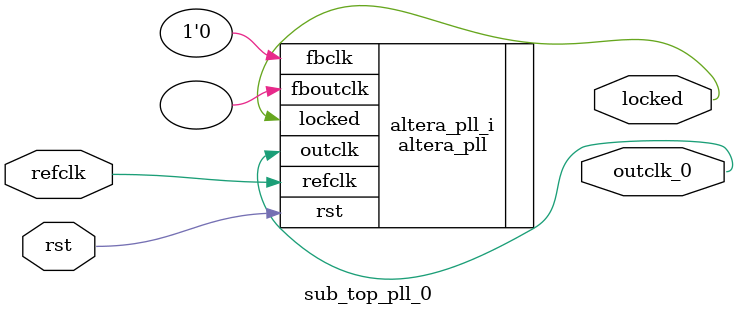
<source format=v>
`timescale 1ns/10ps
module  sub_top_pll_0(

	// interface 'refclk'
	input wire refclk,

	// interface 'reset'
	input wire rst,

	// interface 'outclk0'
	output wire outclk_0,

	// interface 'locked'
	output wire locked
);

	altera_pll #(
		.fractional_vco_multiplier("false"),
		.reference_clock_frequency("50.0 MHz"),
		.operation_mode("direct"),
		.number_of_clocks(1),
		.output_clock_frequency0("74.206349 MHz"),
		.phase_shift0("0 ps"),
		.duty_cycle0(50),
		.output_clock_frequency1("0 MHz"),
		.phase_shift1("0 ps"),
		.duty_cycle1(50),
		.output_clock_frequency2("0 MHz"),
		.phase_shift2("0 ps"),
		.duty_cycle2(50),
		.output_clock_frequency3("0 MHz"),
		.phase_shift3("0 ps"),
		.duty_cycle3(50),
		.output_clock_frequency4("0 MHz"),
		.phase_shift4("0 ps"),
		.duty_cycle4(50),
		.output_clock_frequency5("0 MHz"),
		.phase_shift5("0 ps"),
		.duty_cycle5(50),
		.output_clock_frequency6("0 MHz"),
		.phase_shift6("0 ps"),
		.duty_cycle6(50),
		.output_clock_frequency7("0 MHz"),
		.phase_shift7("0 ps"),
		.duty_cycle7(50),
		.output_clock_frequency8("0 MHz"),
		.phase_shift8("0 ps"),
		.duty_cycle8(50),
		.output_clock_frequency9("0 MHz"),
		.phase_shift9("0 ps"),
		.duty_cycle9(50),
		.output_clock_frequency10("0 MHz"),
		.phase_shift10("0 ps"),
		.duty_cycle10(50),
		.output_clock_frequency11("0 MHz"),
		.phase_shift11("0 ps"),
		.duty_cycle11(50),
		.output_clock_frequency12("0 MHz"),
		.phase_shift12("0 ps"),
		.duty_cycle12(50),
		.output_clock_frequency13("0 MHz"),
		.phase_shift13("0 ps"),
		.duty_cycle13(50),
		.output_clock_frequency14("0 MHz"),
		.phase_shift14("0 ps"),
		.duty_cycle14(50),
		.output_clock_frequency15("0 MHz"),
		.phase_shift15("0 ps"),
		.duty_cycle15(50),
		.output_clock_frequency16("0 MHz"),
		.phase_shift16("0 ps"),
		.duty_cycle16(50),
		.output_clock_frequency17("0 MHz"),
		.phase_shift17("0 ps"),
		.duty_cycle17(50),
		.pll_type("General"),
		.pll_subtype("General")
	) altera_pll_i (
		.rst	(rst),
		.outclk	({outclk_0}),
		.locked	(locked),
		.fboutclk	( ),
		.fbclk	(1'b0),
		.refclk	(refclk)
	);
endmodule


</source>
